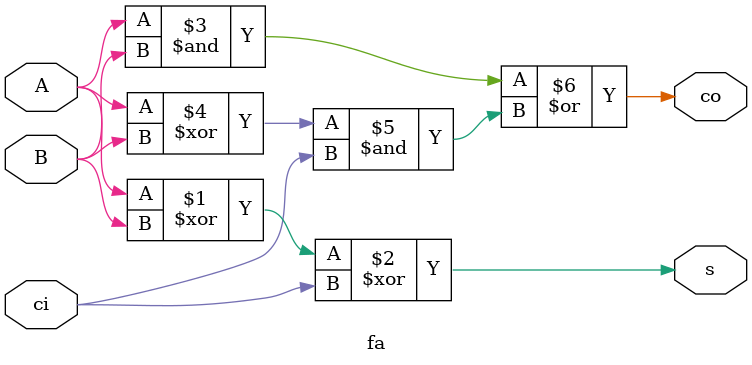
<source format=v>
module nhan4bit(a,b,p);
input [3:0]a,b;
output [7:0]p;
wire [10:0]co;
wire [5:0]s;
and and1(p[0],a[0],b[0]);
fa fa1(a[1]&b[0],a[0]&b[1],1'b0,co[0],p[1]);
fa fa2(a[2]&b[0],a[1]&b[1],co[0],co[1],s[0]);
fa fa3(a[3]&b[0],a[2]&b[1],co[1],co[2],s[1]);
fa fa4(1'b0,a[3]&b[1],co[2],co[3],s[2]);
fa fa5(s[0],a[0]&b[2],1'b0,co[4],p[2]);
fa fa6(s[1],a[1]&b[2],co[4],co[5],s[3]);
fa fa7(s[2],a[2]&b[2],co[5],co[6],s[4]);
fa fa8(co[3],a[3]&b[2],co[6],co[7],s[5]);
fa fa9(s[3],a[0]&b[3],1'b0,co[8],p[3]);
fa fa10(s[4],a[1]&b[3],co[8],co[9],p[4]);
fa fa11(s[5],a[2]&b[3],co[9],co[10],p[5]);
fa fa12(co[7],a[3]&b[3],co[10],p[7],p[6]);
endmodule
module fa(A,B,ci,co,s);
input A,B,ci;
output s,co;
assign s = (A^B)^ci;
assign co = (A&B)|((A^B)&ci);
endmodule

</source>
